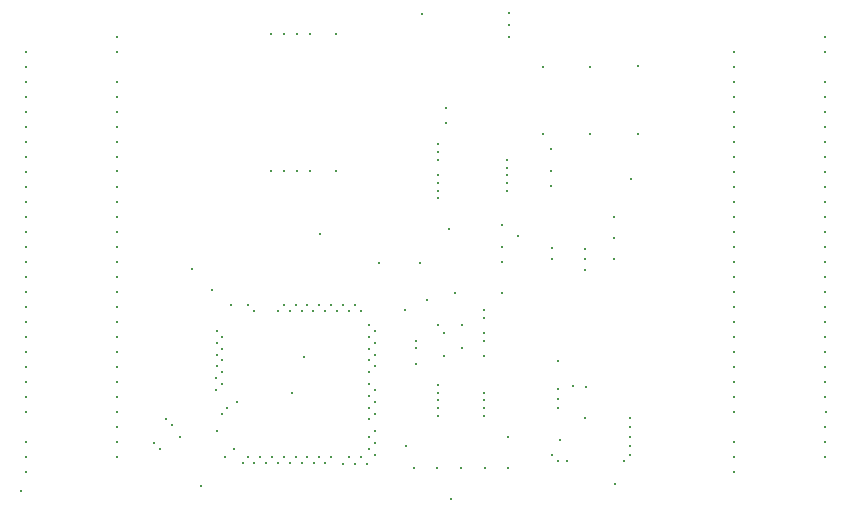
<source format=gbr>
%TF.GenerationSoftware,Altium Limited,Altium Designer,20.0.13 (296)*%
G04 Layer_Color=0*
%FSLAX26Y26*%
%MOIN*%
%TF.FileFunction,Plated,5,6,Blind,Drill*%
%TF.Part,Single*%
G01*
G75*
%TA.AperFunction,ViaDrill,NotFilled*%
%ADD346C,0.007874*%
D346*
X2066929Y346457D02*
D03*
X2021653Y169291D02*
D03*
X1169291Y444882D02*
D03*
X1127953Y322835D02*
D03*
X1145473Y1520472D02*
D03*
X1275394D02*
D03*
X1187992Y1519685D02*
D03*
X1102165Y1520472D02*
D03*
X1058858D02*
D03*
X1853937Y1512402D02*
D03*
Y1552067D02*
D03*
X1965748Y1411614D02*
D03*
X1853937Y1591732D02*
D03*
X2281496Y1415355D02*
D03*
X2123228Y1411614D02*
D03*
X545276Y912402D02*
D03*
X1844488Y1075787D02*
D03*
X227362Y-2953D02*
D03*
X825787Y15748D02*
D03*
X937008Y136811D02*
D03*
X1418307Y756890D02*
D03*
X1224409Y853346D02*
D03*
X863189Y666339D02*
D03*
X797244Y738189D02*
D03*
X2105118Y805118D02*
D03*
X1358268Y598465D02*
D03*
X1557087Y758465D02*
D03*
X1659449Y-27559D02*
D03*
X1692913Y74567D02*
D03*
X1541339Y499016D02*
D03*
Y473425D02*
D03*
Y422244D02*
D03*
X1578740Y634252D02*
D03*
X1058858Y1065000D02*
D03*
X1187992Y1065787D02*
D03*
X1275394Y1065000D02*
D03*
X1145473D02*
D03*
X1102166D02*
D03*
X1641732Y1224213D02*
D03*
Y1274606D02*
D03*
X2204724Y21654D02*
D03*
X2236220Y96457D02*
D03*
X2255905Y116142D02*
D03*
X2106299Y242126D02*
D03*
X1769685Y447835D02*
D03*
Y499016D02*
D03*
Y524606D02*
D03*
Y601378D02*
D03*
Y575787D02*
D03*
X1828740Y761811D02*
D03*
X1407717Y196850D02*
D03*
X1385866Y236220D02*
D03*
X1407717Y157480D02*
D03*
X1385866Y275591D02*
D03*
X1563406Y1587992D02*
D03*
X1844488Y1101378D02*
D03*
X1616142Y1153543D02*
D03*
X1673228Y658858D02*
D03*
X1653543Y871063D02*
D03*
X1884252Y847244D02*
D03*
X1828740Y658858D02*
D03*
X1504921Y601378D02*
D03*
X1509842Y146654D02*
D03*
X1850394Y177461D02*
D03*
X2110236Y345472D02*
D03*
X2203740Y911417D02*
D03*
Y840551D02*
D03*
Y769685D02*
D03*
X1996063Y770079D02*
D03*
Y807480D02*
D03*
X944882Y295276D02*
D03*
X905512Y110197D02*
D03*
X1616142Y550197D02*
D03*
X1405512Y255905D02*
D03*
X1850394Y74567D02*
D03*
X1829134Y809843D02*
D03*
Y884646D02*
D03*
X1844488Y999016D02*
D03*
Y1024606D02*
D03*
Y1050197D02*
D03*
X2105118Y734252D02*
D03*
Y769685D02*
D03*
X1771653Y74567D02*
D03*
X1614173D02*
D03*
X1535433D02*
D03*
X2255905Y210630D02*
D03*
X2604331Y1112402D02*
D03*
Y1162402D02*
D03*
Y1212402D02*
D03*
X1694882Y473425D02*
D03*
X545276Y812402D02*
D03*
X1259843Y618110D02*
D03*
X545276Y862402D02*
D03*
X755905Y177165D02*
D03*
X688976Y137795D02*
D03*
X669291Y157480D02*
D03*
X545276Y112402D02*
D03*
X545248Y262374D02*
D03*
X545276Y212402D02*
D03*
Y712402D02*
D03*
Y762402D02*
D03*
Y162402D02*
D03*
X708661Y236220D02*
D03*
X728346Y216535D02*
D03*
X242126Y1312402D02*
D03*
X2907480Y1362402D02*
D03*
Y1462402D02*
D03*
X1299213Y618110D02*
D03*
X1279528Y598465D02*
D03*
X1385866Y551181D02*
D03*
X1318898Y598465D02*
D03*
X1240158D02*
D03*
X1694882Y550197D02*
D03*
X1616142Y973425D02*
D03*
Y999016D02*
D03*
Y1024606D02*
D03*
Y1050197D02*
D03*
Y1101378D02*
D03*
Y1126969D02*
D03*
X1635787Y447835D02*
D03*
Y524606D02*
D03*
X2015748Y430118D02*
D03*
X1769685Y274606D02*
D03*
Y300197D02*
D03*
Y325787D02*
D03*
X2015709Y305118D02*
D03*
X1769685Y249016D02*
D03*
X1616142D02*
D03*
Y274606D02*
D03*
Y300197D02*
D03*
Y351378D02*
D03*
Y325787D02*
D03*
X2604331Y962402D02*
D03*
Y1012402D02*
D03*
X2257874Y1037992D02*
D03*
X1994094Y1014764D02*
D03*
Y1064961D02*
D03*
Y1137992D02*
D03*
X2123770Y1186270D02*
D03*
X1965748Y1186811D02*
D03*
X2281250Y1189222D02*
D03*
X1996063Y116142D02*
D03*
X2604331Y762402D02*
D03*
X2015709Y336614D02*
D03*
Y273622D02*
D03*
X2255905Y179134D02*
D03*
Y147638D02*
D03*
X2604331Y662402D02*
D03*
Y62402D02*
D03*
Y112402D02*
D03*
Y162402D02*
D03*
X2047244Y96457D02*
D03*
X2015748D02*
D03*
X2255905Y242126D02*
D03*
X2604331Y712402D02*
D03*
X2907480Y762402D02*
D03*
Y712402D02*
D03*
X877953Y452249D02*
D03*
X242126Y712402D02*
D03*
X242098Y762374D02*
D03*
X877953Y492126D02*
D03*
X925197Y618110D02*
D03*
X1082677Y90551D02*
D03*
X1062992Y110197D02*
D03*
X1043814Y90551D02*
D03*
X1023622Y110197D02*
D03*
X1003937Y90551D02*
D03*
X984252Y110197D02*
D03*
X964567Y90551D02*
D03*
X242126Y912402D02*
D03*
Y962402D02*
D03*
Y1012402D02*
D03*
X242126Y1062402D02*
D03*
X242126Y1112402D02*
D03*
Y1162402D02*
D03*
Y1212402D02*
D03*
Y1262402D02*
D03*
X1259843Y110197D02*
D03*
X1240158Y90551D02*
D03*
X1220473Y110197D02*
D03*
X1201294Y90551D02*
D03*
X1181102Y110197D02*
D03*
X2604331Y612402D02*
D03*
Y562402D02*
D03*
Y412402D02*
D03*
Y462402D02*
D03*
Y512402D02*
D03*
X2907480Y212402D02*
D03*
X2909449Y262402D02*
D03*
X2907480Y312402D02*
D03*
Y362402D02*
D03*
Y412402D02*
D03*
Y462402D02*
D03*
Y512402D02*
D03*
Y562402D02*
D03*
X1003937Y598465D02*
D03*
X1385866Y393701D02*
D03*
X984252Y618110D02*
D03*
X1338583D02*
D03*
X1385866Y137795D02*
D03*
X1407717Y118110D02*
D03*
X1385866Y177165D02*
D03*
Y314961D02*
D03*
Y354331D02*
D03*
X1405512Y295782D02*
D03*
Y334646D02*
D03*
X897345Y354584D02*
D03*
X877699Y373762D02*
D03*
Y334899D02*
D03*
X877953Y413386D02*
D03*
Y531496D02*
D03*
X897598Y393701D02*
D03*
Y433071D02*
D03*
Y472441D02*
D03*
Y511811D02*
D03*
X877953Y196344D02*
D03*
X913386Y275591D02*
D03*
X897638Y255905D02*
D03*
X1122047Y90551D02*
D03*
X1141732Y110197D02*
D03*
X1161417Y90551D02*
D03*
X1102362Y110197D02*
D03*
X1405512Y531496D02*
D03*
Y492633D02*
D03*
Y413386D02*
D03*
X1385866Y511811D02*
D03*
Y472441D02*
D03*
Y433071D02*
D03*
X1405512Y452756D02*
D03*
X1181102Y618110D02*
D03*
X1200787Y598465D02*
D03*
X1161417D02*
D03*
X1122047D02*
D03*
X1082677D02*
D03*
X242126Y62402D02*
D03*
Y112402D02*
D03*
Y162402D02*
D03*
X545276Y312402D02*
D03*
Y362402D02*
D03*
Y412402D02*
D03*
Y462402D02*
D03*
Y512402D02*
D03*
Y562402D02*
D03*
Y1162401D02*
D03*
Y1212401D02*
D03*
Y1262401D02*
D03*
X545276Y1312401D02*
D03*
X242126Y262402D02*
D03*
Y512402D02*
D03*
X2604331Y312402D02*
D03*
Y362402D02*
D03*
Y1362402D02*
D03*
Y1262402D02*
D03*
X2907480Y612402D02*
D03*
X1220473Y618110D02*
D03*
X1141226D02*
D03*
X1102362D02*
D03*
X1377953Y88346D02*
D03*
X1338583D02*
D03*
X1358268Y110197D02*
D03*
X545276Y1112401D02*
D03*
X546465Y1063590D02*
D03*
X242126Y312402D02*
D03*
X1318898Y110197D02*
D03*
X1299213Y88346D02*
D03*
X545276Y612402D02*
D03*
Y662402D02*
D03*
Y962402D02*
D03*
Y1012402D02*
D03*
Y1362401D02*
D03*
Y1462402D02*
D03*
Y1512402D02*
D03*
X242126Y1462402D02*
D03*
Y1412402D02*
D03*
Y1362402D02*
D03*
Y862402D02*
D03*
Y812402D02*
D03*
Y662402D02*
D03*
Y612402D02*
D03*
Y562402D02*
D03*
Y462402D02*
D03*
Y412402D02*
D03*
Y362402D02*
D03*
X2604331Y262402D02*
D03*
Y812402D02*
D03*
Y862402D02*
D03*
Y912402D02*
D03*
Y1062402D02*
D03*
Y1312402D02*
D03*
Y1412402D02*
D03*
Y1462402D02*
D03*
X2907480Y1512402D02*
D03*
Y112402D02*
D03*
Y162402D02*
D03*
Y662402D02*
D03*
Y812402D02*
D03*
Y862402D02*
D03*
Y912402D02*
D03*
Y962402D02*
D03*
Y1012402D02*
D03*
Y1062402D02*
D03*
Y1112402D02*
D03*
Y1162402D02*
D03*
Y1212402D02*
D03*
Y1262402D02*
D03*
Y1312402D02*
D03*
%TF.MD5,90000b6f4d2013fa945c730935c0f76c*%
M02*

</source>
